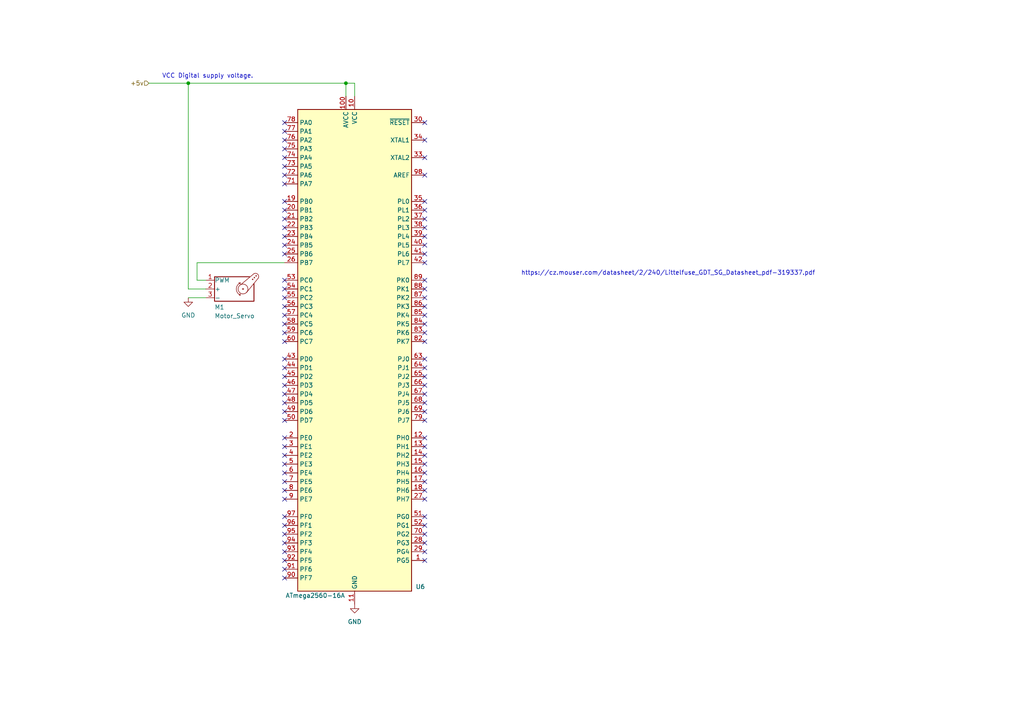
<source format=kicad_sch>
(kicad_sch (version 20210126) (generator eeschema)
  (paper "A4")
  (title_block (title "High Power Consumption 9"))
  (lib_symbols
    (symbol "MCU_Microchip_ATmega:ATmega2560-16A"
      (property "Reference" "U" (at 0 1.27 0))
      (property "Value" "ATmega2560-16A" (at 0 -1.27 0))
      (symbol "ATmega2560-16A_0_1"
        (rectangle (start -16.51 -69.85) (end 16.51 69.85) (stroke (width 0.254)) (fill (type background)))
      )
      (symbol "ATmega2560-16A_1_1"
        (pin bidirectional line (at -20.32 -60.96 0) (length 3.81) (name "PG5") (number "1"))
        (pin power_in line (at 0 73.66 270) (length 3.81) (name "VCC") (number "10"))
        (pin power_in line (at 2.54 73.66 270) (length 3.81) (name "AVCC") (number "100"))
        (pin power_in line (at 0 -73.66 90) (length 3.81) (name "GND") (number "11"))
        (pin bidirectional line (at -20.32 -25.4 0) (length 3.81) (name "PH0") (number "12"))
        (pin bidirectional line (at -20.32 -27.94 0) (length 3.81) (name "PH1") (number "13"))
        (pin bidirectional line (at -20.32 -30.48 0) (length 3.81) (name "PH2") (number "14"))
        (pin bidirectional line (at -20.32 -33.02 0) (length 3.81) (name "PH3") (number "15"))
        (pin bidirectional line (at -20.32 -35.56 0) (length 3.81) (name "PH4") (number "16"))
        (pin bidirectional line (at -20.32 -38.1 0) (length 3.81) (name "PH5") (number "17"))
        (pin bidirectional line (at -20.32 -40.64 0) (length 3.81) (name "PH6") (number "18"))
        (pin bidirectional line (at 20.32 43.18 180) (length 3.81) (name "PB0") (number "19"))
        (pin bidirectional line (at 20.32 -25.4 180) (length 3.81) (name "PE0") (number "2"))
        (pin bidirectional line (at 20.32 40.64 180) (length 3.81) (name "PB1") (number "20"))
        (pin bidirectional line (at 20.32 38.1 180) (length 3.81) (name "PB2") (number "21"))
        (pin bidirectional line (at 20.32 35.56 180) (length 3.81) (name "PB3") (number "22"))
        (pin bidirectional line (at 20.32 33.02 180) (length 3.81) (name "PB4") (number "23"))
        (pin bidirectional line (at 20.32 30.48 180) (length 3.81) (name "PB5") (number "24"))
        (pin bidirectional line (at 20.32 27.94 180) (length 3.81) (name "PB6") (number "25"))
        (pin bidirectional line (at 20.32 25.4 180) (length 3.81) (name "PB7") (number "26"))
        (pin bidirectional line (at -20.32 -43.18 0) (length 3.81) (name "PH7") (number "27"))
        (pin bidirectional line (at -20.32 -55.88 0) (length 3.81) (name "PG3") (number "28"))
        (pin bidirectional line (at -20.32 -58.42 0) (length 3.81) (name "PG4") (number "29"))
        (pin bidirectional line (at 20.32 -27.94 180) (length 3.81) (name "PE1") (number "3"))
        (pin input line (at -20.32 66.04 0) (length 3.81) (name "~RESET") (number "30"))
        (pin passive line (at 0 73.66 270) (length 3.81) hide (name "VCC") (number "31"))
        (pin passive line (at 0 -73.66 90) (length 3.81) hide (name "GND") (number "32"))
        (pin output line (at -20.32 55.88 0) (length 3.81) (name "XTAL2") (number "33"))
        (pin input line (at -20.32 60.96 0) (length 3.81) (name "XTAL1") (number "34"))
        (pin bidirectional line (at -20.32 43.18 0) (length 3.81) (name "PL0") (number "35"))
        (pin bidirectional line (at -20.32 40.64 0) (length 3.81) (name "PL1") (number "36"))
        (pin bidirectional line (at -20.32 38.1 0) (length 3.81) (name "PL2") (number "37"))
        (pin bidirectional line (at -20.32 35.56 0) (length 3.81) (name "PL3") (number "38"))
        (pin bidirectional line (at -20.32 33.02 0) (length 3.81) (name "PL4") (number "39"))
        (pin bidirectional line (at 20.32 -30.48 180) (length 3.81) (name "PE2") (number "4"))
        (pin bidirectional line (at -20.32 30.48 0) (length 3.81) (name "PL5") (number "40"))
        (pin bidirectional line (at -20.32 27.94 0) (length 3.81) (name "PL6") (number "41"))
        (pin bidirectional line (at -20.32 25.4 0) (length 3.81) (name "PL7") (number "42"))
        (pin bidirectional line (at 20.32 -2.54 180) (length 3.81) (name "PD0") (number "43"))
        (pin bidirectional line (at 20.32 -5.08 180) (length 3.81) (name "PD1") (number "44"))
        (pin bidirectional line (at 20.32 -7.62 180) (length 3.81) (name "PD2") (number "45"))
        (pin bidirectional line (at 20.32 -10.16 180) (length 3.81) (name "PD3") (number "46"))
        (pin bidirectional line (at 20.32 -12.7 180) (length 3.81) (name "PD4") (number "47"))
        (pin bidirectional line (at 20.32 -15.24 180) (length 3.81) (name "PD5") (number "48"))
        (pin bidirectional line (at 20.32 -17.78 180) (length 3.81) (name "PD6") (number "49"))
        (pin bidirectional line (at 20.32 -33.02 180) (length 3.81) (name "PE3") (number "5"))
        (pin bidirectional line (at 20.32 -20.32 180) (length 3.81) (name "PD7") (number "50"))
        (pin bidirectional line (at -20.32 -48.26 0) (length 3.81) (name "PG0") (number "51"))
        (pin bidirectional line (at -20.32 -50.8 0) (length 3.81) (name "PG1") (number "52"))
        (pin bidirectional line (at 20.32 20.32 180) (length 3.81) (name "PC0") (number "53"))
        (pin bidirectional line (at 20.32 17.78 180) (length 3.81) (name "PC1") (number "54"))
        (pin bidirectional line (at 20.32 15.24 180) (length 3.81) (name "PC2") (number "55"))
        (pin bidirectional line (at 20.32 12.7 180) (length 3.81) (name "PC3") (number "56"))
        (pin bidirectional line (at 20.32 10.16 180) (length 3.81) (name "PC4") (number "57"))
        (pin bidirectional line (at 20.32 7.62 180) (length 3.81) (name "PC5") (number "58"))
        (pin bidirectional line (at 20.32 5.08 180) (length 3.81) (name "PC6") (number "59"))
        (pin bidirectional line (at 20.32 -35.56 180) (length 3.81) (name "PE4") (number "6"))
        (pin bidirectional line (at 20.32 2.54 180) (length 3.81) (name "PC7") (number "60"))
        (pin passive line (at 0 73.66 270) (length 3.81) hide (name "VCC") (number "61"))
        (pin passive line (at 0 -73.66 90) (length 3.81) hide (name "GND") (number "62"))
        (pin bidirectional line (at -20.32 -2.54 0) (length 3.81) (name "PJ0") (number "63"))
        (pin bidirectional line (at -20.32 -5.08 0) (length 3.81) (name "PJ1") (number "64"))
        (pin bidirectional line (at -20.32 -7.62 0) (length 3.81) (name "PJ2") (number "65"))
        (pin bidirectional line (at -20.32 -10.16 0) (length 3.81) (name "PJ3") (number "66"))
        (pin bidirectional line (at -20.32 -12.7 0) (length 3.81) (name "PJ4") (number "67"))
        (pin bidirectional line (at -20.32 -15.24 0) (length 3.81) (name "PJ5") (number "68"))
        (pin bidirectional line (at -20.32 -17.78 0) (length 3.81) (name "PJ6") (number "69"))
        (pin bidirectional line (at 20.32 -38.1 180) (length 3.81) (name "PE5") (number "7"))
        (pin bidirectional line (at -20.32 -53.34 0) (length 3.81) (name "PG2") (number "70"))
        (pin bidirectional line (at 20.32 48.26 180) (length 3.81) (name "PA7") (number "71"))
        (pin bidirectional line (at 20.32 50.8 180) (length 3.81) (name "PA6") (number "72"))
        (pin bidirectional line (at 20.32 53.34 180) (length 3.81) (name "PA5") (number "73"))
        (pin bidirectional line (at 20.32 55.88 180) (length 3.81) (name "PA4") (number "74"))
        (pin bidirectional line (at 20.32 58.42 180) (length 3.81) (name "PA3") (number "75"))
        (pin bidirectional line (at 20.32 60.96 180) (length 3.81) (name "PA2") (number "76"))
        (pin bidirectional line (at 20.32 63.5 180) (length 3.81) (name "PA1") (number "77"))
        (pin bidirectional line (at 20.32 66.04 180) (length 3.81) (name "PA0") (number "78"))
        (pin bidirectional line (at -20.32 -20.32 0) (length 3.81) (name "PJ7") (number "79"))
        (pin bidirectional line (at 20.32 -40.64 180) (length 3.81) (name "PE6") (number "8"))
        (pin passive line (at 0 73.66 270) (length 3.81) hide (name "VCC") (number "80"))
        (pin passive line (at 0 -73.66 90) (length 3.81) hide (name "GND") (number "81"))
        (pin bidirectional line (at -20.32 2.54 0) (length 3.81) (name "PK7") (number "82"))
        (pin bidirectional line (at -20.32 5.08 0) (length 3.81) (name "PK6") (number "83"))
        (pin bidirectional line (at -20.32 7.62 0) (length 3.81) (name "PK5") (number "84"))
        (pin bidirectional line (at -20.32 10.16 0) (length 3.81) (name "PK4") (number "85"))
        (pin bidirectional line (at -20.32 12.7 0) (length 3.81) (name "PK3") (number "86"))
        (pin bidirectional line (at -20.32 15.24 0) (length 3.81) (name "PK2") (number "87"))
        (pin bidirectional line (at -20.32 17.78 0) (length 3.81) (name "PK1") (number "88"))
        (pin bidirectional line (at -20.32 20.32 0) (length 3.81) (name "PK0") (number "89"))
        (pin bidirectional line (at 20.32 -43.18 180) (length 3.81) (name "PE7") (number "9"))
        (pin bidirectional line (at 20.32 -66.04 180) (length 3.81) (name "PF7") (number "90"))
        (pin bidirectional line (at 20.32 -63.5 180) (length 3.81) (name "PF6") (number "91"))
        (pin bidirectional line (at 20.32 -60.96 180) (length 3.81) (name "PF5") (number "92"))
        (pin bidirectional line (at 20.32 -58.42 180) (length 3.81) (name "PF4") (number "93"))
        (pin bidirectional line (at 20.32 -55.88 180) (length 3.81) (name "PF3") (number "94"))
        (pin bidirectional line (at 20.32 -53.34 180) (length 3.81) (name "PF2") (number "95"))
        (pin bidirectional line (at 20.32 -50.8 180) (length 3.81) (name "PF1") (number "96"))
        (pin bidirectional line (at 20.32 -48.26 180) (length 3.81) (name "PF0") (number "97"))
        (pin passive line (at -20.32 50.8 0) (length 3.81) (name "AREF") (number "98"))
        (pin passive line (at 0 -73.66 90) (length 3.81) hide (name "GND") (number "99"))
      )
    )
    (symbol "Motor:Motor_Servo" (pin_names (offset 0.0254))
      (property "Reference" "M" (at -5.08 4.445 0))
      (property "Value" "Motor_Servo" (at -5.08 -4.064 0))
      (symbol "Motor_Servo_0_1"
        (arc (start 2.413 1.778) (end 2.413 -1.778) (radius (at 3.175 0) (length 1.9304) (angles 113.2 -113.2)))
        (arc (start 6.35 4.445) (end 7.62 3.175) (radius (at 6.7818 3.6068) (length 0.9398) (angles 117.3 -27.3)))
        (circle (center 3.175 0) (radius 0.1778))
        (circle (center 3.175 0) (radius 1.4224))
        (circle (center 5.969 2.794) (radius 0.127))
        (circle (center 6.477 3.302) (radius 0.127))
        (circle (center 6.985 3.81) (radius 0.127))
        (polyline (pts (xy 2.413 -1.778) (xy 2.032 -1.778)))
        (polyline (pts (xy 2.413 -1.778) (xy 2.286 -1.397)))
        (polyline (pts (xy 2.413 1.778) (xy 1.905 1.778)))
        (polyline (pts (xy 2.413 1.778) (xy 2.286 1.397)))
        (polyline (pts (xy 6.35 4.445) (xy 2.54 1.27)))
        (polyline (pts (xy 7.62 3.175) (xy 4.191 -1.016)))
        (polyline (pts (xy 5.08 3.556) (xy -5.08 3.556) (xy -5.08 -3.556) (xy 6.35 -3.556) (xy 6.35 1.524)) (stroke (width 0.254)))
      )
      (symbol "Motor_Servo_1_1"
        (pin passive line (at -7.62 2.54 0) (length 2.54) (name "PWM") (number "1"))
        (pin passive line (at -7.62 0 0) (length 2.54) (name "+") (number "2"))
        (pin passive line (at -7.62 -2.54 0) (length 2.54) (name "-") (number "3"))
      )
    )
    (symbol "power:GND" (power) (pin_names (offset 0))
      (property "Value" "GND" (at 0 -3.81 0))
      (symbol "GND_0_1"
        (polyline (pts (xy 0 0) (xy 0 -1.27) (xy 1.27 -1.27) (xy 0 -2.54) (xy -1.27 -1.27) (xy 0 -1.27)))
      )
      (symbol "GND_1_1"
        (pin power_in line (at 0 0 270) (length 0) hide (name "GND") (number "1"))
      )
    )
  )
  (junction (at 54.61 24.13) (diameter 0.9144))
  (junction (at 100.33 24.13) (diameter 0.9144))
  (no_connect (at 82.55 35.56))
  (no_connect (at 82.55 38.1))
  (no_connect (at 82.55 40.64))
  (no_connect (at 82.55 43.18))
  (no_connect (at 82.55 45.72))
  (no_connect (at 82.55 48.26))
  (no_connect (at 82.55 50.8))
  (no_connect (at 82.55 53.34))
  (no_connect (at 82.55 58.42))
  (no_connect (at 82.55 60.96))
  (no_connect (at 82.55 63.5))
  (no_connect (at 82.55 66.04))
  (no_connect (at 82.55 68.58))
  (no_connect (at 82.55 71.12))
  (no_connect (at 82.55 73.66))
  (no_connect (at 82.55 81.28))
  (no_connect (at 82.55 83.82))
  (no_connect (at 82.55 86.36))
  (no_connect (at 82.55 88.9))
  (no_connect (at 82.55 91.44))
  (no_connect (at 82.55 93.98))
  (no_connect (at 82.55 96.52))
  (no_connect (at 82.55 99.06))
  (no_connect (at 82.55 104.14))
  (no_connect (at 82.55 106.68))
  (no_connect (at 82.55 109.22))
  (no_connect (at 82.55 111.76))
  (no_connect (at 82.55 114.3))
  (no_connect (at 82.55 116.84))
  (no_connect (at 82.55 119.38))
  (no_connect (at 82.55 121.92))
  (no_connect (at 82.55 127))
  (no_connect (at 82.55 129.54))
  (no_connect (at 82.55 132.08))
  (no_connect (at 82.55 134.62))
  (no_connect (at 82.55 137.16))
  (no_connect (at 82.55 139.7))
  (no_connect (at 82.55 142.24))
  (no_connect (at 82.55 144.78))
  (no_connect (at 82.55 149.86))
  (no_connect (at 82.55 152.4))
  (no_connect (at 82.55 154.94))
  (no_connect (at 82.55 157.48))
  (no_connect (at 82.55 160.02))
  (no_connect (at 82.55 162.56))
  (no_connect (at 82.55 165.1))
  (no_connect (at 82.55 167.64))
  (no_connect (at 123.19 35.56))
  (no_connect (at 123.19 40.64))
  (no_connect (at 123.19 45.72))
  (no_connect (at 123.19 50.8))
  (no_connect (at 123.19 58.42))
  (no_connect (at 123.19 60.96))
  (no_connect (at 123.19 63.5))
  (no_connect (at 123.19 66.04))
  (no_connect (at 123.19 68.58))
  (no_connect (at 123.19 71.12))
  (no_connect (at 123.19 73.66))
  (no_connect (at 123.19 76.2))
  (no_connect (at 123.19 81.28))
  (no_connect (at 123.19 83.82))
  (no_connect (at 123.19 86.36))
  (no_connect (at 123.19 88.9))
  (no_connect (at 123.19 91.44))
  (no_connect (at 123.19 93.98))
  (no_connect (at 123.19 96.52))
  (no_connect (at 123.19 99.06))
  (no_connect (at 123.19 104.14))
  (no_connect (at 123.19 106.68))
  (no_connect (at 123.19 109.22))
  (no_connect (at 123.19 111.76))
  (no_connect (at 123.19 114.3))
  (no_connect (at 123.19 116.84))
  (no_connect (at 123.19 119.38))
  (no_connect (at 123.19 121.92))
  (no_connect (at 123.19 127))
  (no_connect (at 123.19 129.54))
  (no_connect (at 123.19 132.08))
  (no_connect (at 123.19 134.62))
  (no_connect (at 123.19 137.16))
  (no_connect (at 123.19 139.7))
  (no_connect (at 123.19 142.24))
  (no_connect (at 123.19 144.78))
  (no_connect (at 123.19 149.86))
  (no_connect (at 123.19 152.4))
  (no_connect (at 123.19 154.94))
  (no_connect (at 123.19 157.48))
  (no_connect (at 123.19 160.02))
  (no_connect (at 123.19 162.56))
  (wire (pts (xy 43.18 24.13) (xy 54.61 24.13)))
  (wire (pts (xy 54.61 24.13) (xy 54.61 83.82)))
  (wire (pts (xy 54.61 24.13) (xy 100.33 24.13)))
  (wire (pts (xy 54.61 83.82) (xy 59.69 83.82)))
  (wire (pts (xy 57.15 76.2) (xy 57.15 81.28)))
  (wire (pts (xy 57.15 81.28) (xy 59.69 81.28)))
  (wire (pts (xy 59.69 86.36) (xy 54.61 86.36)))
  (wire (pts (xy 82.55 76.2) (xy 57.15 76.2)))
  (wire (pts (xy 100.33 24.13) (xy 100.33 27.94)))
  (wire (pts (xy 100.33 24.13) (xy 102.87 24.13)))
  (wire (pts (xy 102.87 24.13) (xy 102.87 27.94)))
  (text "VCC Digital supply voltage." (at 46.99 22.86 0) (effects (font (size 1.27 1.27)) (justify left bottom)))
  (text "https://cz.mouser.com/datasheet/2/240/Littelfuse_GDT_SG_Datasheet_pdf-319337.pdf" (at 151.13 80.01 0) (effects (font (size 1.27 1.27)) (justify left bottom)))
  (hierarchical_label "+5v" (shape input) (at 43.18 24.13 180))
  (symbol (lib_id "power:GND") (at 54.61 86.36 0) (unit 1)
    (property "Reference" "#PWR05" (effects hide))
    (property "Value" "GND" (at 54.61 91.44 0))
  )
  (symbol (lib_id "power:GND") (at 102.87 175.26 0) (unit 1)
    (property "Reference" "#PWR07" (effects hide))
    (property "Value" "GND" (at 102.87 180.34 0))
  )
  (symbol (lib_id "Motor:Motor_Servo") (at 67.31 83.82 0) (unit 1)
    (property "Reference" "M1" (at 62.23 89.1031 0) (effects (justify left)))
    (property "Value" "Motor_Servo" (at 62.23 91.6431 0) (effects (justify left)))
    (property "Datasheet" "http://forums.parallax.com/uploads/attachments/46831/74481.png" (effects hide))
  )
  (symbol (lib_id "MCU_Microchip_ATmega:ATmega2560-16A") (at 102.87 101.6 0) (mirror y) (unit 1)
    (property "Reference" "U6" (at 121.92 170.18 0))
    (property "Value" "ATmega2560-16A" (at 91.44 172.72 0))
    (property "Footprint" "Package_QFP:TQFP-100_14x14mm_P0.5mm" (effects hide))
    (property "Datasheet" "http://ww1.microchip.com/downloads/en/DeviceDoc/Atmel-2549-8-bit-AVR-Microcontroller-ATmega640-1280-1281-2560-2561_datasheet.pdf" (effects hide))
  )
)
</source>
